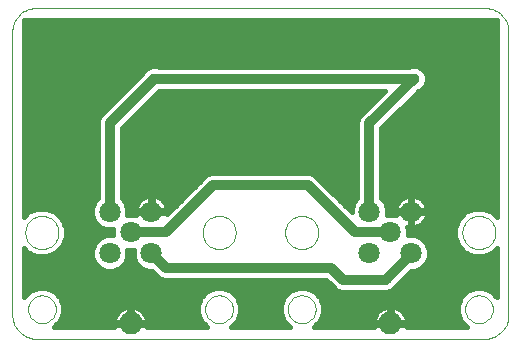
<source format=gtl>
G75*
G70*
%OFA0B0*%
%FSLAX24Y24*%
%IPPOS*%
%LPD*%
%AMOC8*
5,1,8,0,0,1.08239X$1,22.5*
%
%ADD10C,0.0000*%
%ADD11C,0.0709*%
%ADD12C,0.0768*%
%ADD13C,0.0320*%
%ADD14C,0.0376*%
%ADD15C,0.0160*%
D10*
X006007Y000888D02*
X006007Y010337D01*
X006009Y010391D01*
X006014Y010444D01*
X006023Y010497D01*
X006036Y010549D01*
X006052Y010601D01*
X006072Y010651D01*
X006095Y010699D01*
X006122Y010746D01*
X006151Y010791D01*
X006184Y010834D01*
X006219Y010874D01*
X006257Y010912D01*
X006297Y010947D01*
X006340Y010980D01*
X006385Y011009D01*
X006432Y011036D01*
X006480Y011059D01*
X006530Y011079D01*
X006582Y011095D01*
X006634Y011108D01*
X006687Y011117D01*
X006740Y011122D01*
X006794Y011124D01*
X021755Y011124D01*
X021809Y011122D01*
X021862Y011117D01*
X021915Y011108D01*
X021967Y011095D01*
X022019Y011079D01*
X022069Y011059D01*
X022117Y011036D01*
X022164Y011009D01*
X022209Y010980D01*
X022252Y010947D01*
X022292Y010912D01*
X022330Y010874D01*
X022365Y010834D01*
X022398Y010791D01*
X022427Y010746D01*
X022454Y010699D01*
X022477Y010651D01*
X022497Y010601D01*
X022513Y010549D01*
X022526Y010497D01*
X022535Y010444D01*
X022540Y010391D01*
X022542Y010337D01*
X022542Y000888D01*
X022540Y000834D01*
X022535Y000781D01*
X022526Y000728D01*
X022513Y000676D01*
X022497Y000624D01*
X022477Y000574D01*
X022454Y000526D01*
X022427Y000479D01*
X022398Y000434D01*
X022365Y000391D01*
X022330Y000351D01*
X022292Y000313D01*
X022252Y000278D01*
X022209Y000245D01*
X022164Y000216D01*
X022117Y000189D01*
X022069Y000166D01*
X022019Y000146D01*
X021967Y000130D01*
X021915Y000117D01*
X021862Y000108D01*
X021809Y000103D01*
X021755Y000101D01*
X006794Y000101D01*
X006740Y000103D01*
X006687Y000108D01*
X006634Y000117D01*
X006582Y000130D01*
X006530Y000146D01*
X006480Y000166D01*
X006432Y000189D01*
X006385Y000216D01*
X006340Y000245D01*
X006297Y000278D01*
X006257Y000313D01*
X006219Y000351D01*
X006184Y000391D01*
X006151Y000434D01*
X006122Y000479D01*
X006095Y000526D01*
X006072Y000574D01*
X006052Y000624D01*
X006036Y000676D01*
X006023Y000728D01*
X006014Y000781D01*
X006009Y000834D01*
X006007Y000888D01*
X006528Y001085D02*
X006530Y001128D01*
X006536Y001170D01*
X006546Y001212D01*
X006559Y001252D01*
X006577Y001291D01*
X006597Y001329D01*
X006622Y001364D01*
X006649Y001397D01*
X006679Y001427D01*
X006712Y001454D01*
X006747Y001479D01*
X006785Y001499D01*
X006824Y001517D01*
X006864Y001530D01*
X006906Y001540D01*
X006948Y001546D01*
X006991Y001548D01*
X007034Y001546D01*
X007076Y001540D01*
X007118Y001530D01*
X007158Y001517D01*
X007197Y001499D01*
X007235Y001479D01*
X007270Y001454D01*
X007303Y001427D01*
X007333Y001397D01*
X007360Y001364D01*
X007385Y001329D01*
X007405Y001291D01*
X007423Y001252D01*
X007436Y001212D01*
X007446Y001170D01*
X007452Y001128D01*
X007454Y001085D01*
X007452Y001042D01*
X007446Y001000D01*
X007436Y000958D01*
X007423Y000918D01*
X007405Y000879D01*
X007385Y000841D01*
X007360Y000806D01*
X007333Y000773D01*
X007303Y000743D01*
X007270Y000716D01*
X007235Y000691D01*
X007197Y000671D01*
X007158Y000653D01*
X007118Y000640D01*
X007076Y000630D01*
X007034Y000624D01*
X006991Y000622D01*
X006948Y000624D01*
X006906Y000630D01*
X006864Y000640D01*
X006824Y000653D01*
X006785Y000671D01*
X006747Y000691D01*
X006712Y000716D01*
X006679Y000743D01*
X006649Y000773D01*
X006622Y000806D01*
X006597Y000841D01*
X006577Y000879D01*
X006559Y000918D01*
X006546Y000958D01*
X006536Y001000D01*
X006530Y001042D01*
X006528Y001085D01*
X006440Y003644D02*
X006442Y003691D01*
X006448Y003737D01*
X006458Y003783D01*
X006471Y003828D01*
X006489Y003871D01*
X006510Y003913D01*
X006534Y003953D01*
X006562Y003990D01*
X006593Y004025D01*
X006627Y004058D01*
X006663Y004087D01*
X006702Y004113D01*
X006743Y004136D01*
X006786Y004155D01*
X006830Y004171D01*
X006875Y004183D01*
X006921Y004191D01*
X006968Y004195D01*
X007014Y004195D01*
X007061Y004191D01*
X007107Y004183D01*
X007152Y004171D01*
X007196Y004155D01*
X007239Y004136D01*
X007280Y004113D01*
X007319Y004087D01*
X007355Y004058D01*
X007389Y004025D01*
X007420Y003990D01*
X007448Y003953D01*
X007472Y003913D01*
X007493Y003871D01*
X007511Y003828D01*
X007524Y003783D01*
X007534Y003737D01*
X007540Y003691D01*
X007542Y003644D01*
X007540Y003597D01*
X007534Y003551D01*
X007524Y003505D01*
X007511Y003460D01*
X007493Y003417D01*
X007472Y003375D01*
X007448Y003335D01*
X007420Y003298D01*
X007389Y003263D01*
X007355Y003230D01*
X007319Y003201D01*
X007280Y003175D01*
X007239Y003152D01*
X007196Y003133D01*
X007152Y003117D01*
X007107Y003105D01*
X007061Y003097D01*
X007014Y003093D01*
X006968Y003093D01*
X006921Y003097D01*
X006875Y003105D01*
X006830Y003117D01*
X006786Y003133D01*
X006743Y003152D01*
X006702Y003175D01*
X006663Y003201D01*
X006627Y003230D01*
X006593Y003263D01*
X006562Y003298D01*
X006534Y003335D01*
X006510Y003375D01*
X006489Y003417D01*
X006471Y003460D01*
X006458Y003505D01*
X006448Y003551D01*
X006442Y003597D01*
X006440Y003644D01*
X012346Y003644D02*
X012348Y003691D01*
X012354Y003737D01*
X012364Y003783D01*
X012377Y003828D01*
X012395Y003871D01*
X012416Y003913D01*
X012440Y003953D01*
X012468Y003990D01*
X012499Y004025D01*
X012533Y004058D01*
X012569Y004087D01*
X012608Y004113D01*
X012649Y004136D01*
X012692Y004155D01*
X012736Y004171D01*
X012781Y004183D01*
X012827Y004191D01*
X012874Y004195D01*
X012920Y004195D01*
X012967Y004191D01*
X013013Y004183D01*
X013058Y004171D01*
X013102Y004155D01*
X013145Y004136D01*
X013186Y004113D01*
X013225Y004087D01*
X013261Y004058D01*
X013295Y004025D01*
X013326Y003990D01*
X013354Y003953D01*
X013378Y003913D01*
X013399Y003871D01*
X013417Y003828D01*
X013430Y003783D01*
X013440Y003737D01*
X013446Y003691D01*
X013448Y003644D01*
X013446Y003597D01*
X013440Y003551D01*
X013430Y003505D01*
X013417Y003460D01*
X013399Y003417D01*
X013378Y003375D01*
X013354Y003335D01*
X013326Y003298D01*
X013295Y003263D01*
X013261Y003230D01*
X013225Y003201D01*
X013186Y003175D01*
X013145Y003152D01*
X013102Y003133D01*
X013058Y003117D01*
X013013Y003105D01*
X012967Y003097D01*
X012920Y003093D01*
X012874Y003093D01*
X012827Y003097D01*
X012781Y003105D01*
X012736Y003117D01*
X012692Y003133D01*
X012649Y003152D01*
X012608Y003175D01*
X012569Y003201D01*
X012533Y003230D01*
X012499Y003263D01*
X012468Y003298D01*
X012440Y003335D01*
X012416Y003375D01*
X012395Y003417D01*
X012377Y003460D01*
X012364Y003505D01*
X012354Y003551D01*
X012348Y003597D01*
X012346Y003644D01*
X012434Y001085D02*
X012436Y001128D01*
X012442Y001170D01*
X012452Y001212D01*
X012465Y001252D01*
X012483Y001291D01*
X012503Y001329D01*
X012528Y001364D01*
X012555Y001397D01*
X012585Y001427D01*
X012618Y001454D01*
X012653Y001479D01*
X012691Y001499D01*
X012730Y001517D01*
X012770Y001530D01*
X012812Y001540D01*
X012854Y001546D01*
X012897Y001548D01*
X012940Y001546D01*
X012982Y001540D01*
X013024Y001530D01*
X013064Y001517D01*
X013103Y001499D01*
X013141Y001479D01*
X013176Y001454D01*
X013209Y001427D01*
X013239Y001397D01*
X013266Y001364D01*
X013291Y001329D01*
X013311Y001291D01*
X013329Y001252D01*
X013342Y001212D01*
X013352Y001170D01*
X013358Y001128D01*
X013360Y001085D01*
X013358Y001042D01*
X013352Y001000D01*
X013342Y000958D01*
X013329Y000918D01*
X013311Y000879D01*
X013291Y000841D01*
X013266Y000806D01*
X013239Y000773D01*
X013209Y000743D01*
X013176Y000716D01*
X013141Y000691D01*
X013103Y000671D01*
X013064Y000653D01*
X013024Y000640D01*
X012982Y000630D01*
X012940Y000624D01*
X012897Y000622D01*
X012854Y000624D01*
X012812Y000630D01*
X012770Y000640D01*
X012730Y000653D01*
X012691Y000671D01*
X012653Y000691D01*
X012618Y000716D01*
X012585Y000743D01*
X012555Y000773D01*
X012528Y000806D01*
X012503Y000841D01*
X012483Y000879D01*
X012465Y000918D01*
X012452Y000958D01*
X012442Y001000D01*
X012436Y001042D01*
X012434Y001085D01*
X015190Y001085D02*
X015192Y001128D01*
X015198Y001170D01*
X015208Y001212D01*
X015221Y001252D01*
X015239Y001291D01*
X015259Y001329D01*
X015284Y001364D01*
X015311Y001397D01*
X015341Y001427D01*
X015374Y001454D01*
X015409Y001479D01*
X015447Y001499D01*
X015486Y001517D01*
X015526Y001530D01*
X015568Y001540D01*
X015610Y001546D01*
X015653Y001548D01*
X015696Y001546D01*
X015738Y001540D01*
X015780Y001530D01*
X015820Y001517D01*
X015859Y001499D01*
X015897Y001479D01*
X015932Y001454D01*
X015965Y001427D01*
X015995Y001397D01*
X016022Y001364D01*
X016047Y001329D01*
X016067Y001291D01*
X016085Y001252D01*
X016098Y001212D01*
X016108Y001170D01*
X016114Y001128D01*
X016116Y001085D01*
X016114Y001042D01*
X016108Y001000D01*
X016098Y000958D01*
X016085Y000918D01*
X016067Y000879D01*
X016047Y000841D01*
X016022Y000806D01*
X015995Y000773D01*
X015965Y000743D01*
X015932Y000716D01*
X015897Y000691D01*
X015859Y000671D01*
X015820Y000653D01*
X015780Y000640D01*
X015738Y000630D01*
X015696Y000624D01*
X015653Y000622D01*
X015610Y000624D01*
X015568Y000630D01*
X015526Y000640D01*
X015486Y000653D01*
X015447Y000671D01*
X015409Y000691D01*
X015374Y000716D01*
X015341Y000743D01*
X015311Y000773D01*
X015284Y000806D01*
X015259Y000841D01*
X015239Y000879D01*
X015221Y000918D01*
X015208Y000958D01*
X015198Y001000D01*
X015192Y001042D01*
X015190Y001085D01*
X015102Y003644D02*
X015104Y003691D01*
X015110Y003737D01*
X015120Y003783D01*
X015133Y003828D01*
X015151Y003871D01*
X015172Y003913D01*
X015196Y003953D01*
X015224Y003990D01*
X015255Y004025D01*
X015289Y004058D01*
X015325Y004087D01*
X015364Y004113D01*
X015405Y004136D01*
X015448Y004155D01*
X015492Y004171D01*
X015537Y004183D01*
X015583Y004191D01*
X015630Y004195D01*
X015676Y004195D01*
X015723Y004191D01*
X015769Y004183D01*
X015814Y004171D01*
X015858Y004155D01*
X015901Y004136D01*
X015942Y004113D01*
X015981Y004087D01*
X016017Y004058D01*
X016051Y004025D01*
X016082Y003990D01*
X016110Y003953D01*
X016134Y003913D01*
X016155Y003871D01*
X016173Y003828D01*
X016186Y003783D01*
X016196Y003737D01*
X016202Y003691D01*
X016204Y003644D01*
X016202Y003597D01*
X016196Y003551D01*
X016186Y003505D01*
X016173Y003460D01*
X016155Y003417D01*
X016134Y003375D01*
X016110Y003335D01*
X016082Y003298D01*
X016051Y003263D01*
X016017Y003230D01*
X015981Y003201D01*
X015942Y003175D01*
X015901Y003152D01*
X015858Y003133D01*
X015814Y003117D01*
X015769Y003105D01*
X015723Y003097D01*
X015676Y003093D01*
X015630Y003093D01*
X015583Y003097D01*
X015537Y003105D01*
X015492Y003117D01*
X015448Y003133D01*
X015405Y003152D01*
X015364Y003175D01*
X015325Y003201D01*
X015289Y003230D01*
X015255Y003263D01*
X015224Y003298D01*
X015196Y003335D01*
X015172Y003375D01*
X015151Y003417D01*
X015133Y003460D01*
X015120Y003505D01*
X015110Y003551D01*
X015104Y003597D01*
X015102Y003644D01*
X021007Y003644D02*
X021009Y003691D01*
X021015Y003737D01*
X021025Y003783D01*
X021038Y003828D01*
X021056Y003871D01*
X021077Y003913D01*
X021101Y003953D01*
X021129Y003990D01*
X021160Y004025D01*
X021194Y004058D01*
X021230Y004087D01*
X021269Y004113D01*
X021310Y004136D01*
X021353Y004155D01*
X021397Y004171D01*
X021442Y004183D01*
X021488Y004191D01*
X021535Y004195D01*
X021581Y004195D01*
X021628Y004191D01*
X021674Y004183D01*
X021719Y004171D01*
X021763Y004155D01*
X021806Y004136D01*
X021847Y004113D01*
X021886Y004087D01*
X021922Y004058D01*
X021956Y004025D01*
X021987Y003990D01*
X022015Y003953D01*
X022039Y003913D01*
X022060Y003871D01*
X022078Y003828D01*
X022091Y003783D01*
X022101Y003737D01*
X022107Y003691D01*
X022109Y003644D01*
X022107Y003597D01*
X022101Y003551D01*
X022091Y003505D01*
X022078Y003460D01*
X022060Y003417D01*
X022039Y003375D01*
X022015Y003335D01*
X021987Y003298D01*
X021956Y003263D01*
X021922Y003230D01*
X021886Y003201D01*
X021847Y003175D01*
X021806Y003152D01*
X021763Y003133D01*
X021719Y003117D01*
X021674Y003105D01*
X021628Y003097D01*
X021581Y003093D01*
X021535Y003093D01*
X021488Y003097D01*
X021442Y003105D01*
X021397Y003117D01*
X021353Y003133D01*
X021310Y003152D01*
X021269Y003175D01*
X021230Y003201D01*
X021194Y003230D01*
X021160Y003263D01*
X021129Y003298D01*
X021101Y003335D01*
X021077Y003375D01*
X021056Y003417D01*
X021038Y003460D01*
X021025Y003505D01*
X021015Y003551D01*
X021009Y003597D01*
X021007Y003644D01*
X021095Y001085D02*
X021097Y001128D01*
X021103Y001170D01*
X021113Y001212D01*
X021126Y001252D01*
X021144Y001291D01*
X021164Y001329D01*
X021189Y001364D01*
X021216Y001397D01*
X021246Y001427D01*
X021279Y001454D01*
X021314Y001479D01*
X021352Y001499D01*
X021391Y001517D01*
X021431Y001530D01*
X021473Y001540D01*
X021515Y001546D01*
X021558Y001548D01*
X021601Y001546D01*
X021643Y001540D01*
X021685Y001530D01*
X021725Y001517D01*
X021764Y001499D01*
X021802Y001479D01*
X021837Y001454D01*
X021870Y001427D01*
X021900Y001397D01*
X021927Y001364D01*
X021952Y001329D01*
X021972Y001291D01*
X021990Y001252D01*
X022003Y001212D01*
X022013Y001170D01*
X022019Y001128D01*
X022021Y001085D01*
X022019Y001042D01*
X022013Y001000D01*
X022003Y000958D01*
X021990Y000918D01*
X021972Y000879D01*
X021952Y000841D01*
X021927Y000806D01*
X021900Y000773D01*
X021870Y000743D01*
X021837Y000716D01*
X021802Y000691D01*
X021764Y000671D01*
X021725Y000653D01*
X021685Y000640D01*
X021643Y000630D01*
X021601Y000624D01*
X021558Y000622D01*
X021515Y000624D01*
X021473Y000630D01*
X021431Y000640D01*
X021391Y000653D01*
X021352Y000671D01*
X021314Y000691D01*
X021279Y000716D01*
X021246Y000743D01*
X021216Y000773D01*
X021189Y000806D01*
X021164Y000841D01*
X021144Y000879D01*
X021126Y000918D01*
X021113Y000958D01*
X021103Y001000D01*
X021097Y001042D01*
X021095Y001085D01*
D11*
X019301Y002948D03*
X018605Y003644D03*
X017909Y004340D03*
X019301Y004340D03*
X017909Y002948D03*
X010640Y002948D03*
X009944Y003644D03*
X010640Y004340D03*
X009248Y004340D03*
X009248Y002948D03*
D12*
X009944Y000613D03*
X018605Y000613D03*
D13*
X018448Y002069D02*
X017031Y002069D01*
X016637Y002463D01*
X011125Y002463D01*
X010640Y002948D01*
X011125Y003644D02*
X009944Y003644D01*
X009248Y004340D02*
X009248Y007279D01*
X010731Y008762D01*
X019393Y008762D01*
X017909Y007279D01*
X017909Y004340D01*
X017424Y003644D02*
X018605Y003644D01*
X019301Y002948D02*
X019301Y002923D01*
X018448Y002069D01*
X017424Y003644D02*
X015849Y005219D01*
X012700Y005219D01*
X011125Y003644D01*
D14*
X010731Y008762D03*
X019393Y008762D03*
D15*
X019567Y008371D02*
X019635Y008399D01*
X019756Y008520D01*
X019821Y008677D01*
X019821Y008847D01*
X019756Y009005D01*
X019635Y009125D01*
X019478Y009190D01*
X019308Y009190D01*
X019240Y009162D01*
X010884Y009162D01*
X010816Y009190D01*
X010646Y009190D01*
X010489Y009125D01*
X010368Y009005D01*
X010340Y008937D01*
X009021Y007618D01*
X008909Y007505D01*
X008848Y007358D01*
X008848Y004781D01*
X008744Y004677D01*
X008654Y004458D01*
X008654Y004222D01*
X008744Y004003D01*
X008911Y003836D01*
X009130Y003746D01*
X009350Y003746D01*
X009350Y003542D01*
X009130Y003542D01*
X008911Y003452D01*
X008744Y003285D01*
X008654Y003066D01*
X008654Y002830D01*
X008744Y002611D01*
X008911Y002444D01*
X009130Y002354D01*
X009366Y002354D01*
X009585Y002444D01*
X009752Y002611D01*
X009842Y002830D01*
X009842Y003050D01*
X010046Y003050D01*
X010046Y002830D01*
X010136Y002611D01*
X010303Y002444D01*
X010522Y002354D01*
X010669Y002354D01*
X010898Y002124D01*
X011045Y002063D01*
X011205Y002063D01*
X016471Y002063D01*
X016691Y001843D01*
X016804Y001730D01*
X016951Y001669D01*
X018368Y001669D01*
X018527Y001669D01*
X018674Y001730D01*
X019298Y002354D01*
X019420Y002354D01*
X019638Y002444D01*
X019805Y002611D01*
X019896Y002830D01*
X019896Y003066D01*
X019805Y003285D01*
X019638Y003452D01*
X019420Y003542D01*
X019200Y003542D01*
X019200Y003762D01*
X019176Y003819D01*
X019259Y003806D01*
X019263Y003806D01*
X019263Y004302D01*
X018767Y004302D01*
X018767Y004298D01*
X018780Y004215D01*
X018780Y004215D01*
X018724Y004238D01*
X018504Y004238D01*
X018504Y004458D01*
X018413Y004677D01*
X018309Y004781D01*
X018309Y007113D01*
X019567Y008371D01*
X019541Y008345D02*
X022149Y008345D01*
X022149Y008186D02*
X019383Y008186D01*
X019224Y008028D02*
X022149Y008028D01*
X022149Y007869D02*
X019066Y007869D01*
X018907Y007711D02*
X022149Y007711D01*
X022149Y007552D02*
X018749Y007552D01*
X018590Y007394D02*
X022149Y007394D01*
X022149Y007235D02*
X018431Y007235D01*
X018309Y007077D02*
X022149Y007077D01*
X022149Y006918D02*
X018309Y006918D01*
X018309Y006760D02*
X022149Y006760D01*
X022149Y006601D02*
X018309Y006601D01*
X018309Y006443D02*
X022149Y006443D01*
X022149Y006284D02*
X018309Y006284D01*
X018309Y006125D02*
X022149Y006125D01*
X022149Y005967D02*
X018309Y005967D01*
X018309Y005808D02*
X022149Y005808D01*
X022149Y005650D02*
X018309Y005650D01*
X018309Y005491D02*
X022149Y005491D01*
X022149Y005333D02*
X018309Y005333D01*
X018309Y005174D02*
X022149Y005174D01*
X022149Y005016D02*
X018309Y005016D01*
X018309Y004857D02*
X019163Y004857D01*
X019176Y004861D02*
X019096Y004835D01*
X019021Y004797D01*
X018953Y004748D01*
X018894Y004688D01*
X018844Y004620D01*
X018806Y004545D01*
X018780Y004465D01*
X018767Y004382D01*
X018767Y004378D01*
X019263Y004378D01*
X019263Y004302D01*
X019339Y004302D01*
X019339Y003806D01*
X019343Y003806D01*
X019426Y003819D01*
X019506Y003845D01*
X019581Y003883D01*
X019649Y003933D01*
X019709Y003992D01*
X019758Y004060D01*
X019796Y004135D01*
X019822Y004215D01*
X019836Y004298D01*
X019836Y004302D01*
X019340Y004302D01*
X019340Y004378D01*
X019836Y004378D01*
X019836Y004382D01*
X019822Y004465D01*
X019796Y004545D01*
X019758Y004620D01*
X019709Y004688D01*
X019649Y004748D01*
X019581Y004797D01*
X019506Y004835D01*
X019426Y004861D01*
X019343Y004874D01*
X019339Y004874D01*
X019339Y004378D01*
X019263Y004378D01*
X019263Y004874D01*
X019259Y004874D01*
X019176Y004861D01*
X019263Y004857D02*
X019339Y004857D01*
X019439Y004857D02*
X022149Y004857D01*
X022149Y004699D02*
X019698Y004699D01*
X019798Y004540D02*
X022149Y004540D01*
X022149Y004381D02*
X021845Y004381D01*
X021715Y004435D02*
X021401Y004435D01*
X021110Y004315D01*
X020887Y004092D01*
X020767Y003801D01*
X020767Y003487D01*
X020887Y003196D01*
X021110Y002973D01*
X021401Y002853D01*
X021715Y002853D01*
X022006Y002973D01*
X022149Y003116D01*
X022149Y001488D01*
X021956Y001681D01*
X021698Y001788D01*
X021418Y001788D01*
X021160Y001681D01*
X020962Y001483D01*
X020856Y001225D01*
X020856Y000945D01*
X020962Y000687D01*
X021155Y000494D01*
X019157Y000494D01*
X019169Y000565D01*
X018654Y000565D01*
X018654Y000661D01*
X019169Y000661D01*
X019155Y000745D01*
X019128Y000829D01*
X019088Y000908D01*
X019035Y000980D01*
X018973Y001043D01*
X018901Y001095D01*
X018822Y001135D01*
X018737Y001163D01*
X018653Y001176D01*
X018653Y000661D01*
X018557Y000661D01*
X018557Y001176D01*
X018473Y001163D01*
X018389Y001135D01*
X018310Y001095D01*
X018238Y001043D01*
X018175Y000980D01*
X018123Y000908D01*
X018083Y000829D01*
X018055Y000745D01*
X018042Y000661D01*
X018557Y000661D01*
X018557Y000565D01*
X018042Y000565D01*
X018053Y000494D01*
X016056Y000494D01*
X016248Y000687D01*
X016355Y000945D01*
X016355Y001225D01*
X016248Y001483D01*
X016051Y001681D01*
X015792Y001788D01*
X015513Y001788D01*
X015255Y001681D01*
X015057Y001483D01*
X014950Y001225D01*
X014950Y000945D01*
X015057Y000687D01*
X015250Y000494D01*
X013300Y000494D01*
X013492Y000687D01*
X013599Y000945D01*
X013599Y001225D01*
X013492Y001483D01*
X013295Y001681D01*
X013036Y001788D01*
X012757Y001788D01*
X012499Y001681D01*
X012301Y001483D01*
X012194Y001225D01*
X012194Y000945D01*
X012301Y000687D01*
X012494Y000494D01*
X010496Y000494D01*
X010507Y000565D01*
X009992Y000565D01*
X009992Y000661D01*
X009896Y000661D01*
X009896Y001176D01*
X009812Y001163D01*
X009727Y001135D01*
X009648Y001095D01*
X009577Y001043D01*
X009514Y000980D01*
X009462Y000908D01*
X009421Y000829D01*
X009394Y000745D01*
X009381Y000661D01*
X009896Y000661D01*
X009896Y000565D01*
X009381Y000565D01*
X009392Y000494D01*
X007394Y000494D01*
X007587Y000687D01*
X007694Y000945D01*
X007694Y001225D01*
X007587Y001483D01*
X007389Y001681D01*
X007131Y001788D01*
X006851Y001788D01*
X006593Y001681D01*
X006401Y001488D01*
X006401Y003116D01*
X006543Y002973D01*
X006834Y002853D01*
X007149Y002853D01*
X007439Y002973D01*
X007662Y003196D01*
X007782Y003487D01*
X007782Y003801D01*
X007662Y004092D01*
X007439Y004315D01*
X007149Y004435D01*
X006834Y004435D01*
X006543Y004315D01*
X006401Y004172D01*
X006401Y010715D01*
X006407Y010724D01*
X006416Y010731D01*
X022133Y010731D01*
X022142Y010724D01*
X022149Y010715D01*
X022149Y004172D01*
X022006Y004315D01*
X021715Y004435D01*
X022098Y004223D02*
X022149Y004223D01*
X021271Y004381D02*
X019836Y004381D01*
X019824Y004223D02*
X021018Y004223D01*
X020876Y004064D02*
X019761Y004064D01*
X019613Y003906D02*
X020810Y003906D01*
X020767Y003747D02*
X019200Y003747D01*
X019176Y003819D02*
X019176Y003819D01*
X019263Y003906D02*
X019339Y003906D01*
X019339Y004064D02*
X019263Y004064D01*
X019263Y004223D02*
X019339Y004223D01*
X019339Y004381D02*
X019263Y004381D01*
X019263Y004540D02*
X019339Y004540D01*
X019339Y004699D02*
X019263Y004699D01*
X018904Y004699D02*
X018391Y004699D01*
X018470Y004540D02*
X018804Y004540D01*
X018767Y004381D02*
X018504Y004381D01*
X018761Y004223D02*
X018779Y004223D01*
X019200Y003589D02*
X020767Y003589D01*
X020790Y003430D02*
X019660Y003430D01*
X019811Y003272D02*
X020856Y003272D01*
X020970Y003113D02*
X019876Y003113D01*
X019896Y002955D02*
X021155Y002955D01*
X021961Y002955D02*
X022149Y002955D01*
X022146Y003113D02*
X022149Y003113D01*
X022149Y002796D02*
X019882Y002796D01*
X019816Y002637D02*
X022149Y002637D01*
X022149Y002479D02*
X019673Y002479D01*
X019265Y002320D02*
X022149Y002320D01*
X022149Y002162D02*
X019106Y002162D01*
X018948Y002003D02*
X022149Y002003D01*
X022149Y001845D02*
X018789Y001845D01*
X018568Y001686D02*
X021174Y001686D01*
X021007Y001528D02*
X016204Y001528D01*
X016295Y001369D02*
X020915Y001369D01*
X020856Y001211D02*
X016355Y001211D01*
X016355Y001052D02*
X018251Y001052D01*
X018116Y000894D02*
X016334Y000894D01*
X016268Y000735D02*
X018054Y000735D01*
X018557Y000735D02*
X018653Y000735D01*
X018653Y000894D02*
X018557Y000894D01*
X018557Y001052D02*
X018653Y001052D01*
X018960Y001052D02*
X020856Y001052D01*
X020877Y000894D02*
X019095Y000894D01*
X019157Y000735D02*
X020943Y000735D01*
X021073Y000576D02*
X018654Y000576D01*
X018557Y000576D02*
X016138Y000576D01*
X015168Y000576D02*
X013382Y000576D01*
X013512Y000735D02*
X015037Y000735D01*
X014971Y000894D02*
X013578Y000894D01*
X013599Y001052D02*
X014950Y001052D01*
X014950Y001211D02*
X013599Y001211D01*
X013539Y001369D02*
X015010Y001369D01*
X015102Y001528D02*
X013448Y001528D01*
X013281Y001686D02*
X015268Y001686D01*
X016037Y001686D02*
X016910Y001686D01*
X016689Y001845D02*
X006401Y001845D01*
X006401Y002003D02*
X016531Y002003D01*
X017315Y004319D02*
X016076Y005558D01*
X015929Y005619D01*
X015770Y005619D01*
X012620Y005619D01*
X012473Y005558D01*
X012361Y005445D01*
X011167Y004252D01*
X011174Y004298D01*
X011174Y004302D01*
X010678Y004302D01*
X010678Y004378D01*
X011174Y004378D01*
X011174Y004382D01*
X011161Y004465D01*
X011135Y004545D01*
X011097Y004620D01*
X011047Y004688D01*
X010988Y004748D01*
X010920Y004797D01*
X010845Y004835D01*
X010765Y004861D01*
X010682Y004874D01*
X010678Y004874D01*
X010678Y004378D01*
X010602Y004378D01*
X010602Y004302D01*
X010106Y004302D01*
X010106Y004298D01*
X010119Y004215D01*
X010062Y004238D01*
X009842Y004238D01*
X009842Y004458D01*
X009752Y004677D01*
X009648Y004781D01*
X009648Y007113D01*
X010897Y008362D01*
X018427Y008362D01*
X017570Y007505D01*
X017509Y007358D01*
X017509Y007199D01*
X017509Y004781D01*
X017406Y004677D01*
X017315Y004458D01*
X017315Y004319D01*
X017315Y004381D02*
X017253Y004381D01*
X017349Y004540D02*
X017094Y004540D01*
X016935Y004699D02*
X017427Y004699D01*
X017509Y004857D02*
X016777Y004857D01*
X016618Y005016D02*
X017509Y005016D01*
X017509Y005174D02*
X016460Y005174D01*
X016301Y005333D02*
X017509Y005333D01*
X017509Y005491D02*
X016143Y005491D01*
X017509Y005650D02*
X009648Y005650D01*
X009648Y005808D02*
X017509Y005808D01*
X017509Y005967D02*
X009648Y005967D01*
X009648Y006125D02*
X017509Y006125D01*
X017509Y006284D02*
X009648Y006284D01*
X009648Y006443D02*
X017509Y006443D01*
X017509Y006601D02*
X009648Y006601D01*
X009648Y006760D02*
X017509Y006760D01*
X017509Y006918D02*
X009648Y006918D01*
X009648Y007077D02*
X017509Y007077D01*
X017509Y007235D02*
X009770Y007235D01*
X009929Y007394D02*
X017524Y007394D01*
X017617Y007552D02*
X010087Y007552D01*
X010246Y007711D02*
X017776Y007711D01*
X017934Y007869D02*
X010404Y007869D01*
X010563Y008028D02*
X018093Y008028D01*
X018251Y008186D02*
X010721Y008186D01*
X010880Y008345D02*
X018410Y008345D01*
X019605Y009138D02*
X022149Y009138D01*
X022149Y009296D02*
X006401Y009296D01*
X006401Y009138D02*
X010519Y009138D01*
X010358Y008979D02*
X006401Y008979D01*
X006401Y008821D02*
X010224Y008821D01*
X010066Y008662D02*
X006401Y008662D01*
X006401Y008504D02*
X009907Y008504D01*
X009749Y008345D02*
X006401Y008345D01*
X006401Y008186D02*
X009590Y008186D01*
X009431Y008028D02*
X006401Y008028D01*
X006401Y007869D02*
X009273Y007869D01*
X009114Y007711D02*
X006401Y007711D01*
X006401Y007552D02*
X008956Y007552D01*
X009021Y007618D02*
X009021Y007618D01*
X008863Y007394D02*
X006401Y007394D01*
X006401Y007235D02*
X008848Y007235D01*
X008848Y007077D02*
X006401Y007077D01*
X006401Y006918D02*
X008848Y006918D01*
X008848Y006760D02*
X006401Y006760D01*
X006401Y006601D02*
X008848Y006601D01*
X008848Y006443D02*
X006401Y006443D01*
X006401Y006284D02*
X008848Y006284D01*
X008848Y006125D02*
X006401Y006125D01*
X006401Y005967D02*
X008848Y005967D01*
X008848Y005808D02*
X006401Y005808D01*
X006401Y005650D02*
X008848Y005650D01*
X008848Y005491D02*
X006401Y005491D01*
X006401Y005333D02*
X008848Y005333D01*
X008848Y005174D02*
X006401Y005174D01*
X006401Y005016D02*
X008848Y005016D01*
X008848Y004857D02*
X006401Y004857D01*
X006401Y004699D02*
X008766Y004699D01*
X008687Y004540D02*
X006401Y004540D01*
X006401Y004381D02*
X006704Y004381D01*
X006451Y004223D02*
X006401Y004223D01*
X007278Y004381D02*
X008654Y004381D01*
X008654Y004223D02*
X007531Y004223D01*
X007673Y004064D02*
X008719Y004064D01*
X008842Y003906D02*
X007739Y003906D01*
X007782Y003747D02*
X009126Y003747D01*
X009350Y003589D02*
X007782Y003589D01*
X007759Y003430D02*
X008890Y003430D01*
X008739Y003272D02*
X007693Y003272D01*
X007579Y003113D02*
X008673Y003113D01*
X008654Y002955D02*
X007394Y002955D01*
X006588Y002955D02*
X006401Y002955D01*
X006401Y003113D02*
X006403Y003113D01*
X006401Y002796D02*
X008668Y002796D01*
X008733Y002637D02*
X006401Y002637D01*
X006401Y002479D02*
X008877Y002479D01*
X009619Y002479D02*
X010269Y002479D01*
X010125Y002637D02*
X009763Y002637D01*
X009828Y002796D02*
X010060Y002796D01*
X010046Y002955D02*
X009842Y002955D01*
X010702Y002320D02*
X006401Y002320D01*
X006401Y002162D02*
X010860Y002162D01*
X010239Y001095D02*
X010160Y001135D01*
X010076Y001163D01*
X009992Y001176D01*
X009992Y000661D01*
X010507Y000661D01*
X010494Y000745D01*
X010466Y000829D01*
X010426Y000908D01*
X010374Y000980D01*
X010311Y001043D01*
X010239Y001095D01*
X010298Y001052D02*
X012194Y001052D01*
X012194Y001211D02*
X007694Y001211D01*
X007694Y001052D02*
X009590Y001052D01*
X009454Y000894D02*
X007672Y000894D01*
X007607Y000735D02*
X009392Y000735D01*
X009896Y000735D02*
X009992Y000735D01*
X009992Y000894D02*
X009896Y000894D01*
X009896Y001052D02*
X009992Y001052D01*
X010434Y000894D02*
X012216Y000894D01*
X012281Y000735D02*
X010495Y000735D01*
X009992Y000576D02*
X012412Y000576D01*
X012254Y001369D02*
X007634Y001369D01*
X007542Y001528D02*
X012346Y001528D01*
X012512Y001686D02*
X007376Y001686D01*
X006607Y001686D02*
X006401Y001686D01*
X006401Y001528D02*
X006440Y001528D01*
X007476Y000576D02*
X009896Y000576D01*
X010099Y004223D02*
X010117Y004223D01*
X010106Y004378D02*
X010602Y004378D01*
X010602Y004874D01*
X010598Y004874D01*
X010515Y004861D01*
X010435Y004835D01*
X010360Y004797D01*
X010292Y004748D01*
X010232Y004688D01*
X010183Y004620D01*
X010145Y004545D01*
X010119Y004465D01*
X010106Y004382D01*
X010106Y004378D01*
X010106Y004381D02*
X009842Y004381D01*
X009808Y004540D02*
X010143Y004540D01*
X010243Y004699D02*
X009730Y004699D01*
X009648Y004857D02*
X010502Y004857D01*
X010602Y004857D02*
X010678Y004857D01*
X010778Y004857D02*
X011772Y004857D01*
X011614Y004699D02*
X011037Y004699D01*
X011137Y004540D02*
X011455Y004540D01*
X011297Y004381D02*
X011174Y004381D01*
X010678Y004381D02*
X010602Y004381D01*
X010602Y004540D02*
X010678Y004540D01*
X010678Y004699D02*
X010602Y004699D01*
X009648Y005016D02*
X011931Y005016D01*
X012089Y005174D02*
X009648Y005174D01*
X009648Y005333D02*
X012248Y005333D01*
X012407Y005491D02*
X009648Y005491D01*
X006401Y009455D02*
X022149Y009455D01*
X022149Y009613D02*
X006401Y009613D01*
X006401Y009772D02*
X022149Y009772D01*
X022149Y009930D02*
X006401Y009930D01*
X006401Y010089D02*
X022149Y010089D01*
X022149Y010248D02*
X006401Y010248D01*
X006401Y010406D02*
X022149Y010406D01*
X022149Y010565D02*
X006401Y010565D01*
X006407Y010723D02*
X022143Y010723D01*
X022149Y008979D02*
X019766Y008979D01*
X019821Y008821D02*
X022149Y008821D01*
X022149Y008662D02*
X019815Y008662D01*
X019740Y008504D02*
X022149Y008504D01*
X022149Y001686D02*
X021943Y001686D01*
X022109Y001528D02*
X022149Y001528D01*
M02*

</source>
